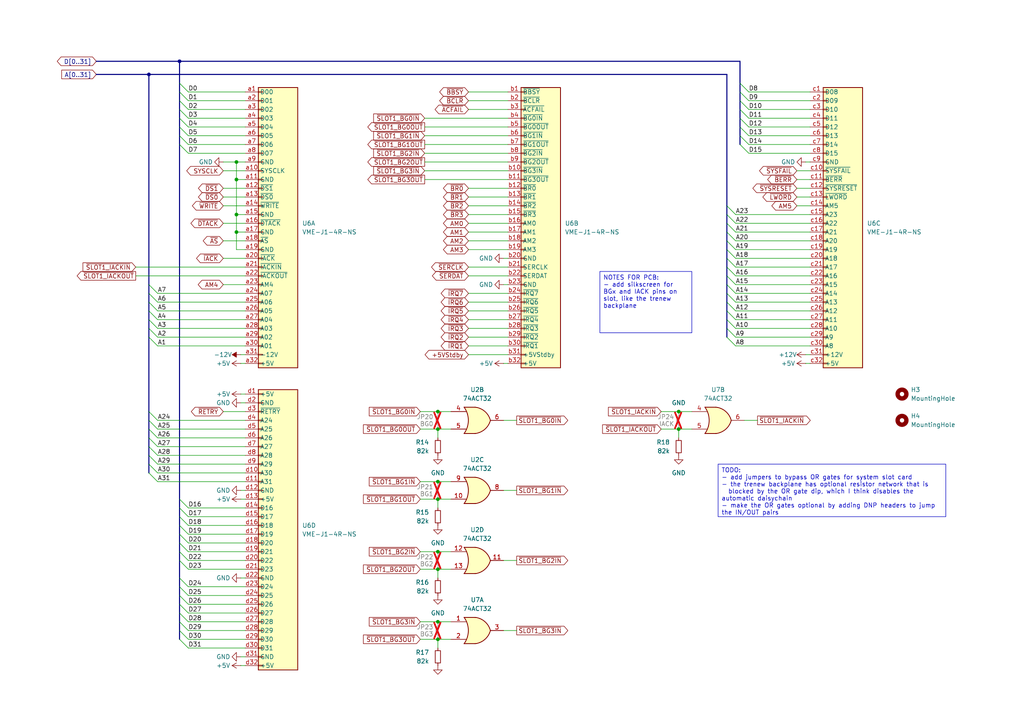
<source format=kicad_sch>
(kicad_sch (version 20231120) (generator "eeschema") (generator_version "8.0")
  (paper "A4")
  (title_block (title "6-Slot Backplane") (rev "1"))
  (junction (at 127 124.46))
  (junction (at 68.58 62.23))
  (junction (at 196.85 119.38))
  (junction (at 127 139.7))
  (junction (at 127 119.38))
  (junction (at 43.18 21.59))
  (junction (at 68.58 46.99))
  (junction (at 127 180.34))
  (junction (at 127 144.78))
  (junction (at 68.58 52.07))
  (junction (at 127 185.42))
  (junction (at 68.58 67.31))
  (junction (at 196.85 124.46))
  (junction (at 127 165.1))
  (junction (at 127 160.02))
  (junction (at 52.07 17.78))
  (bus_entry (at 54.61 185.42) (size -2.54 -2.54))
  (bus_entry (at 54.61 36.83) (size -2.54 -2.54))
  (bus_entry (at 54.61 187.96) (size -2.54 -2.54))
  (bus_entry (at 213.36 95.25) (size -2.54 -2.54))
  (bus_entry (at 54.61 157.48) (size -2.54 -2.54))
  (bus_entry (at 54.61 149.86) (size -2.54 -2.54))
  (bus_entry (at 45.72 139.7) (size -2.54 -2.54))
  (bus_entry (at 45.72 132.08) (size -2.54 -2.54))
  (bus_entry (at 213.36 90.17) (size -2.54 -2.54))
  (bus_entry (at 213.36 72.39) (size -2.54 -2.54))
  (bus_entry (at 213.36 92.71) (size -2.54 -2.54))
  (bus_entry (at 45.72 137.16) (size -2.54 -2.54))
  (bus_entry (at 45.72 100.33) (size -2.54 -2.54))
  (bus_entry (at 217.17 29.21) (size -2.54 -2.54))
  (bus_entry (at 54.61 180.34) (size -2.54 -2.54))
  (bus_entry (at 54.61 147.32) (size -2.54 -2.54))
  (bus_entry (at 45.72 85.09) (size -2.54 -2.54))
  (bus_entry (at 213.36 69.85) (size -2.54 -2.54))
  (bus_entry (at 213.36 80.01) (size -2.54 -2.54))
  (bus_entry (at 213.36 74.93) (size -2.54 -2.54))
  (bus_entry (at 54.61 172.72) (size -2.54 -2.54))
  (bus_entry (at 54.61 26.67) (size -2.54 -2.54))
  (bus_entry (at 213.36 62.23) (size -2.54 -2.54))
  (bus_entry (at 54.61 41.91) (size -2.54 -2.54))
  (bus_entry (at 45.72 87.63) (size -2.54 -2.54))
  (bus_entry (at 54.61 39.37) (size -2.54 -2.54))
  (bus_entry (at 217.17 39.37) (size -2.54 -2.54))
  (bus_entry (at 45.72 97.79) (size -2.54 -2.54))
  (bus_entry (at 217.17 44.45) (size -2.54 -2.54))
  (bus_entry (at 45.72 134.62) (size -2.54 -2.54))
  (bus_entry (at 54.61 31.75) (size -2.54 -2.54))
  (bus_entry (at 213.36 82.55) (size -2.54 -2.54))
  (bus_entry (at 45.72 95.25) (size -2.54 -2.54))
  (bus_entry (at 45.72 92.71) (size -2.54 -2.54))
  (bus_entry (at 213.36 100.33) (size -2.54 -2.54))
  (bus_entry (at 217.17 31.75) (size -2.54 -2.54))
  (bus_entry (at 54.61 160.02) (size -2.54 -2.54))
  (bus_entry (at 54.61 165.1) (size -2.54 -2.54))
  (bus_entry (at 54.61 44.45) (size -2.54 -2.54))
  (bus_entry (at 54.61 154.94) (size -2.54 -2.54))
  (bus_entry (at 54.61 182.88) (size -2.54 -2.54))
  (bus_entry (at 54.61 175.26) (size -2.54 -2.54))
  (bus_entry (at 213.36 87.63) (size -2.54 -2.54))
  (bus_entry (at 217.17 36.83) (size -2.54 -2.54))
  (bus_entry (at 213.36 67.31) (size -2.54 -2.54))
  (bus_entry (at 54.61 177.8) (size -2.54 -2.54))
  (bus_entry (at 213.36 77.47) (size -2.54 -2.54))
  (bus_entry (at 54.61 34.29) (size -2.54 -2.54))
  (bus_entry (at 217.17 26.67) (size -2.54 -2.54))
  (bus_entry (at 45.72 127) (size -2.54 -2.54))
  (bus_entry (at 217.17 34.29) (size -2.54 -2.54))
  (bus_entry (at 45.72 129.54) (size -2.54 -2.54))
  (bus_entry (at 54.61 152.4) (size -2.54 -2.54))
  (bus_entry (at 217.17 41.91) (size -2.54 -2.54))
  (bus_entry (at 54.61 170.18) (size -2.54 -2.54))
  (bus_entry (at 54.61 29.21) (size -2.54 -2.54))
  (bus_entry (at 213.36 64.77) (size -2.54 -2.54))
  (bus_entry (at 213.36 85.09) (size -2.54 -2.54))
  (bus_entry (at 54.61 162.56) (size -2.54 -2.54))
  (bus_entry (at 45.72 90.17) (size -2.54 -2.54))
  (bus_entry (at 45.72 124.46) (size -2.54 -2.54))
  (bus_entry (at 213.36 97.79) (size -2.54 -2.54))
  (bus_entry (at 45.72 121.92) (size -2.54 -2.54))
  (wire (pts (xy 64.77 54.61) (xy 71.12 54.61)))
  (wire (pts (xy -39.37 107.95) (xy -44.45 107.95)))
  (wire (pts (xy 123.19 34.29) (xy 147.32 34.29)))
  (bus (pts (xy 210.82 82.55) (xy 210.82 85.09)))
  (bus (pts (xy 43.18 92.71) (xy 43.18 90.17)))
  (bus (pts (xy 52.07 34.29) (xy 52.07 36.83)))
  (wire (pts (xy 127 185.42) (xy 127 187.96)))
  (wire (pts (xy 217.17 26.67) (xy 234.95 26.67)))
  (wire (pts (xy 231.14 54.61) (xy 234.95 54.61)))
  (wire (pts (xy 54.61 160.02) (xy 71.12 160.02)))
  (bus (pts (xy 210.82 59.69) (xy 210.82 62.23)))
  (wire (pts (xy 213.36 69.85) (xy 234.95 69.85)))
  (bus (pts (xy 52.07 175.26) (xy 52.07 177.8)))
  (wire (pts (xy 213.36 87.63) (xy 234.95 87.63)))
  (wire (pts (xy 135.89 69.85) (xy 147.32 69.85)))
  (bus (pts (xy 52.07 172.72) (xy 52.07 175.26)))
  (bus (pts (xy 210.82 64.77) (xy 210.82 67.31)))
  (wire (pts (xy 71.12 67.31) (xy 68.58 67.31)))
  (bus (pts (xy 214.63 34.29) (xy 214.63 36.83)))
  (wire (pts (xy 121.92 180.34) (xy 127 180.34)))
  (wire (pts (xy 45.72 139.7) (xy 71.12 139.7)))
  (bus (pts (xy 52.07 31.75) (xy 52.07 34.29)))
  (wire (pts (xy 54.61 187.96) (xy 71.12 187.96)))
  (wire (pts (xy 64.77 119.38) (xy 71.12 119.38)))
  (wire (pts (xy 213.36 77.47) (xy 234.95 77.47)))
  (bus (pts (xy 52.07 149.86) (xy 52.07 152.4)))
  (wire (pts (xy 69.85 102.87) (xy 71.12 102.87)))
  (wire (pts (xy 54.61 39.37) (xy 71.12 39.37)))
  (wire (pts (xy 123.19 46.99) (xy 147.32 46.99)))
  (wire (pts (xy 127 139.7) (xy 130.81 139.7)))
  (wire (pts (xy 64.77 69.85) (xy 71.12 69.85)))
  (wire (pts (xy 146.05 162.56) (xy 149.86 162.56)))
  (wire (pts (xy 135.89 90.17) (xy 147.32 90.17)))
  (wire (pts (xy 54.61 182.88) (xy 71.12 182.88)))
  (wire (pts (xy 64.77 57.15) (xy 71.12 57.15)))
  (wire (pts (xy 45.72 124.46) (xy 71.12 124.46)))
  (bus (pts (xy 210.82 95.25) (xy 210.82 97.79)))
  (wire (pts (xy 69.85 193.04) (xy 71.12 193.04)))
  (wire (pts (xy 45.72 137.16) (xy 71.12 137.16)))
  (wire (pts (xy 146.05 82.55) (xy 147.32 82.55)))
  (wire (pts (xy 45.72 129.54) (xy 71.12 129.54)))
  (wire (pts (xy 135.89 31.75) (xy 147.32 31.75)))
  (bus (pts (xy 214.63 39.37) (xy 214.63 41.91)))
  (wire (pts (xy 135.89 26.67) (xy 147.32 26.67)))
  (wire (pts (xy 217.17 34.29) (xy 234.95 34.29)))
  (bus (pts (xy 214.63 29.21) (xy 214.63 31.75)))
  (wire (pts (xy 213.36 100.33) (xy 234.95 100.33)))
  (wire (pts (xy 231.14 52.07) (xy 234.95 52.07)))
  (bus (pts (xy 43.18 85.09) (xy 43.18 87.63)))
  (bus (pts (xy 214.63 17.78) (xy 214.63 24.13)))
  (wire (pts (xy 45.72 97.79) (xy 71.12 97.79)))
  (bus (pts (xy 52.07 170.18) (xy 52.07 172.72)))
  (bus (pts (xy 52.07 36.83) (xy 52.07 39.37)))
  (wire (pts (xy 64.77 82.55) (xy 71.12 82.55)))
  (wire (pts (xy 127 144.78) (xy 127 147.32)))
  (wire (pts (xy 71.12 190.5) (xy 69.85 190.5)))
  (wire (pts (xy 127 180.34) (xy 130.81 180.34)))
  (bus (pts (xy 43.18 95.25) (xy 43.18 92.71)))
  (wire (pts (xy 231.14 49.53) (xy 234.95 49.53)))
  (bus (pts (xy 52.07 147.32) (xy 52.07 149.86)))
  (wire (pts (xy 39.37 77.47) (xy 71.12 77.47)))
  (bus (pts (xy 52.07 39.37) (xy 52.07 41.91)))
  (wire (pts (xy 215.9 121.92) (xy 219.71 121.92)))
  (bus (pts (xy 210.82 21.59) (xy 210.82 59.69)))
  (wire (pts (xy 45.72 95.25) (xy 71.12 95.25)))
  (wire (pts (xy 71.12 116.84) (xy 69.85 116.84)))
  (wire (pts (xy 69.85 114.3) (xy 71.12 114.3)))
  (bus (pts (xy 210.82 62.23) (xy 210.82 64.77)))
  (wire (pts (xy 217.17 39.37) (xy 234.95 39.37)))
  (bus (pts (xy 214.63 24.13) (xy 214.63 26.67)))
  (bus (pts (xy 214.63 31.75) (xy 214.63 34.29)))
  (wire (pts (xy 68.58 46.99) (xy 68.58 52.07)))
  (wire (pts (xy 69.85 142.24) (xy 71.12 142.24)))
  (bus (pts (xy 52.07 180.34) (xy 52.07 182.88)))
  (bus (pts (xy 52.07 177.8) (xy 52.07 180.34)))
  (wire (pts (xy 233.68 105.41) (xy 234.95 105.41)))
  (bus (pts (xy 52.07 182.88) (xy 52.07 185.42)))
  (wire (pts (xy 146.05 182.88) (xy 149.86 182.88)))
  (wire (pts (xy 135.89 97.79) (xy 147.32 97.79)))
  (wire (pts (xy 68.58 52.07) (xy 68.58 62.23)))
  (wire (pts (xy 135.89 57.15) (xy 147.32 57.15)))
  (wire (pts (xy 135.89 54.61) (xy 147.32 54.61)))
  (wire (pts (xy 69.85 167.64) (xy 71.12 167.64)))
  (wire (pts (xy 213.36 74.93) (xy 234.95 74.93)))
  (wire (pts (xy 54.61 147.32) (xy 71.12 147.32)))
  (wire (pts (xy 121.92 160.02) (xy 127 160.02)))
  (wire (pts (xy 54.61 31.75) (xy 71.12 31.75)))
  (bus (pts (xy 43.18 134.62) (xy 43.18 137.16)))
  (wire (pts (xy 54.61 44.45) (xy 71.12 44.45)))
  (wire (pts (xy 71.12 52.07) (xy 68.58 52.07)))
  (wire (pts (xy 54.61 172.72) (xy 71.12 172.72)))
  (wire (pts (xy 135.89 102.87) (xy 147.32 102.87)))
  (wire (pts (xy 135.89 95.25) (xy 147.32 95.25)))
  (wire (pts (xy 121.92 165.1) (xy 127 165.1)))
  (wire (pts (xy 217.17 29.21) (xy 234.95 29.21)))
  (wire (pts (xy -44.45 135.89) (xy -39.37 135.89)))
  (bus (pts (xy 52.07 144.78) (xy 52.07 147.32)))
  (wire (pts (xy 217.17 31.75) (xy 234.95 31.75)))
  (bus (pts (xy 52.07 162.56) (xy 52.07 167.64)))
  (bus (pts (xy 27.94 21.59) (xy 43.18 21.59)))
  (wire (pts (xy 45.72 132.08) (xy 71.12 132.08)))
  (bus (pts (xy 210.82 67.31) (xy 210.82 69.85)))
  (wire (pts (xy 45.72 87.63) (xy 71.12 87.63)))
  (wire (pts (xy 213.36 72.39) (xy 234.95 72.39)))
  (wire (pts (xy 127 124.46) (xy 130.81 124.46)))
  (wire (pts (xy 64.77 59.69) (xy 71.12 59.69)))
  (bus (pts (xy 210.82 92.71) (xy 210.82 95.25)))
  (wire (pts (xy 123.19 39.37) (xy 147.32 39.37)))
  (wire (pts (xy 127 160.02) (xy 130.81 160.02)))
  (wire (pts (xy 123.19 41.91) (xy 147.32 41.91)))
  (wire (pts (xy 146.05 105.41) (xy 147.32 105.41)))
  (wire (pts (xy 45.72 121.92) (xy 71.12 121.92)))
  (wire (pts (xy 45.72 100.33) (xy 71.12 100.33)))
  (wire (pts (xy 213.36 85.09) (xy 234.95 85.09)))
  (bus (pts (xy 43.18 82.55) (xy 43.18 85.09)))
  (wire (pts (xy 45.72 85.09) (xy 71.12 85.09)))
  (wire (pts (xy 191.77 124.46) (xy 196.85 124.46)))
  (wire (pts (xy 213.36 62.23) (xy 234.95 62.23)))
  (bus (pts (xy 43.18 127) (xy 43.18 129.54)))
  (bus (pts (xy 214.63 36.83) (xy 214.63 39.37)))
  (wire (pts (xy 54.61 154.94) (xy 71.12 154.94)))
  (wire (pts (xy 231.14 59.69) (xy 234.95 59.69)))
  (wire (pts (xy 54.61 152.4) (xy 71.12 152.4)))
  (bus (pts (xy 43.18 97.79) (xy 43.18 119.38)))
  (wire (pts (xy -44.45 152.4) (xy -39.37 152.4)))
  (wire (pts (xy 121.92 139.7) (xy 127 139.7)))
  (wire (pts (xy 135.89 72.39) (xy 147.32 72.39)))
  (bus (pts (xy 210.82 90.17) (xy 210.82 92.71)))
  (bus (pts (xy 52.07 17.78) (xy 214.63 17.78)))
  (bus (pts (xy 43.18 90.17) (xy 43.18 87.63)))
  (wire (pts (xy 196.85 124.46) (xy 200.66 124.46)))
  (bus (pts (xy 52.07 160.02) (xy 52.07 162.56)))
  (wire (pts (xy 127 165.1) (xy 127 167.64)))
  (bus (pts (xy 43.18 97.79) (xy 43.18 95.25)))
  (wire (pts (xy 54.61 34.29) (xy 71.12 34.29)))
  (bus (pts (xy 43.18 21.59) (xy 210.82 21.59)))
  (wire (pts (xy 64.77 46.99) (xy 68.58 46.99)))
  (wire (pts (xy 45.72 127) (xy 71.12 127)))
  (wire (pts (xy 64.77 49.53) (xy 71.12 49.53)))
  (wire (pts (xy 54.61 162.56) (xy 71.12 162.56)))
  (wire (pts (xy 213.36 64.77) (xy 234.95 64.77)))
  (bus (pts (xy 43.18 121.92) (xy 43.18 124.46)))
  (bus (pts (xy 52.07 29.21) (xy 52.07 31.75)))
  (wire (pts (xy -44.45 86.36) (xy -39.37 86.36)))
  (wire (pts (xy -39.37 91.44) (xy -44.45 91.44)))
  (wire (pts (xy -39.37 140.97) (xy -44.45 140.97)))
  (wire (pts (xy 123.19 44.45) (xy 147.32 44.45)))
  (bus (pts (xy 210.82 72.39) (xy 210.82 74.93)))
  (wire (pts (xy 54.61 177.8) (xy 71.12 177.8)))
  (bus (pts (xy 27.94 17.78) (xy 52.07 17.78)))
  (wire (pts (xy 135.89 29.21) (xy 147.32 29.21)))
  (wire (pts (xy -39.37 124.46) (xy -44.45 124.46)))
  (wire (pts (xy 213.36 92.71) (xy 234.95 92.71)))
  (wire (pts (xy 123.19 49.53) (xy 147.32 49.53)))
  (bus (pts (xy 210.82 69.85) (xy 210.82 72.39)))
  (wire (pts (xy 54.61 165.1) (xy 71.12 165.1)))
  (wire (pts (xy 213.36 97.79) (xy 234.95 97.79)))
  (wire (pts (xy -44.45 119.38) (xy -39.37 119.38)))
  (wire (pts (xy 127 124.46) (xy 127 127)))
  (bus (pts (xy 210.82 74.93) (xy 210.82 77.47)))
  (wire (pts (xy 217.17 44.45) (xy 234.95 44.45)))
  (wire (pts (xy 54.61 175.26) (xy 71.12 175.26)))
  (wire (pts (xy 68.58 62.23) (xy 71.12 62.23)))
  (bus (pts (xy 210.82 80.01) (xy 210.82 82.55)))
  (wire (pts (xy 146.05 121.92) (xy 149.86 121.92)))
  (wire (pts (xy -44.45 102.87) (xy -39.37 102.87)))
  (wire (pts (xy 213.36 67.31) (xy 234.95 67.31)))
  (wire (pts (xy 54.61 170.18) (xy 71.12 170.18)))
  (wire (pts (xy 135.89 67.31) (xy 147.32 67.31)))
  (bus (pts (xy 214.63 26.67) (xy 214.63 29.21)))
  (wire (pts (xy 54.61 180.34) (xy 71.12 180.34)))
  (wire (pts (xy 54.61 36.83) (xy 71.12 36.83)))
  (wire (pts (xy 64.77 64.77) (xy 71.12 64.77)))
  (wire (pts (xy 123.19 36.83) (xy 147.32 36.83)))
  (wire (pts (xy 123.19 52.07) (xy 147.32 52.07)))
  (wire (pts (xy 54.61 149.86) (xy 71.12 149.86)))
  (bus (pts (xy 43.18 21.59) (xy 43.18 82.55)))
  (wire (pts (xy 196.85 119.38) (xy 200.66 119.38)))
  (wire (pts (xy 135.89 100.33) (xy 147.32 100.33)))
  (wire (pts (xy 121.92 124.46) (xy 127 124.46)))
  (wire (pts (xy 121.92 144.78) (xy 127 144.78)))
  (wire (pts (xy 54.61 185.42) (xy 71.12 185.42)))
  (wire (pts (xy 217.17 36.83) (xy 234.95 36.83)))
  (wire (pts (xy 127 165.1) (xy 130.81 165.1)))
  (wire (pts (xy 135.89 87.63) (xy 147.32 87.63)))
  (bus (pts (xy 210.82 85.09) (xy 210.82 87.63)))
  (wire (pts (xy 127 185.42) (xy 130.81 185.42)))
  (bus (pts (xy 52.07 26.67) (xy 52.07 29.21)))
  (wire (pts (xy 127 144.78) (xy 130.81 144.78)))
  (wire (pts (xy 234.95 46.99) (xy 233.68 46.99)))
  (wire (pts (xy 233.68 102.87) (xy 234.95 102.87)))
  (wire (pts (xy 39.37 80.01) (xy 71.12 80.01)))
  (wire (pts (xy 54.61 41.91) (xy 71.12 41.91)))
  (wire (pts (xy 196.85 124.46) (xy 196.85 127)))
  (wire (pts (xy 54.61 29.21) (xy 71.12 29.21)))
  (wire (pts (xy 45.72 90.17) (xy 71.12 90.17)))
  (wire (pts (xy 121.92 119.38) (xy 127 119.38)))
  (bus (pts (xy 52.07 24.13) (xy 52.07 26.67)))
  (wire (pts (xy 135.89 77.47) (xy 147.32 77.47)))
  (bus (pts (xy 52.07 154.94) (xy 52.07 157.48)))
  (wire (pts (xy 121.92 185.42) (xy 127 185.42)))
  (wire (pts (xy 45.72 92.71) (xy 71.12 92.71)))
  (wire (pts (xy 213.36 95.25) (xy 234.95 95.25)))
  (wire (pts (xy 135.89 85.09) (xy 147.32 85.09)))
  (wire (pts (xy 191.77 119.38) (xy 196.85 119.38)))
  (wire (pts (xy 54.61 157.48) (xy 71.12 157.48)))
  (bus (pts (xy 210.82 77.47) (xy 210.82 80.01)))
  (wire (pts (xy 135.89 64.77) (xy 147.32 64.77)))
  (wire (pts (xy 69.85 105.41) (xy 71.12 105.41)))
  (wire (pts (xy 71.12 46.99) (xy 68.58 46.99)))
  (wire (pts (xy 54.61 26.67) (xy 71.12 26.67)))
  (wire (pts (xy 68.58 72.39) (xy 71.12 72.39)))
  (bus (pts (xy 52.07 157.48) (xy 52.07 160.02)))
  (wire (pts (xy 135.89 80.01) (xy 147.32 80.01)))
  (wire (pts (xy 45.72 134.62) (xy 71.12 134.62)))
  (wire (pts (xy 213.36 82.55) (xy 234.95 82.55)))
  (bus (pts (xy 43.18 124.46) (xy 43.18 127)))
  (wire (pts (xy 146.05 142.24) (xy 149.86 142.24)))
  (bus (pts (xy 43.18 119.38) (xy 43.18 121.92)))
  (wire (pts (xy 68.58 67.31) (xy 68.58 72.39)))
  (wire (pts (xy 135.89 59.69) (xy 147.32 59.69)))
  (wire (pts (xy 68.58 62.23) (xy 68.58 67.31)))
  (wire (pts (xy 135.89 62.23) (xy 147.32 62.23)))
  (wire (pts (xy 213.36 90.17) (xy 234.95 90.17)))
  (wire (pts (xy -39.37 157.48) (xy -44.45 157.48)))
  (bus (pts (xy 52.07 167.64) (xy 52.07 170.18)))
  (bus (pts (xy 43.18 132.08) (xy 43.18 134.62)))
  (wire (pts (xy 127 119.38) (xy 130.81 119.38)))
  (wire (pts (xy 135.89 92.71) (xy 147.32 92.71)))
  (bus (pts (xy 43.18 129.54) (xy 43.18 132.08)))
  (bus (pts (xy 210.82 87.63) (xy 210.82 90.17)))
  (bus (pts (xy 52.07 152.4) (xy 52.07 154.94)))
  (wire (pts (xy 64.77 74.93) (xy 71.12 74.93)))
  (wire (pts (xy 217.17 41.91) (xy 234.95 41.91)))
  (wire (pts (xy 69.85 144.78) (xy 71.12 144.78)))
  (bus (pts (xy 52.07 17.78) (xy 52.07 24.13)))
  (wire (pts (xy 213.36 80.01) (xy 234.95 80.01)))
  (wire (pts (xy 146.05 74.93) (xy 147.32 74.93)))
  (wire (pts (xy 231.14 57.15) (xy 234.95 57.15)))
  (bus (pts (xy 52.07 41.91) (xy 52.07 144.78)))
  (text_box "NOTES FOR PCB:\n- add silkscreen for BGx and IACK pins on slot, like the trenew backplane" (at 173.99 78.74 0) (size 26.67 17.78) (effects (font (size 1.27 1.27)) (justify left top)))
  (text_box "TODO:\n- add jumpers to bypass OR gates for system slot card\n- the trenew backplane has optional resistor network that is\n  blocked by the OR gate dip, which I think disables the automatic daisychain\n- make the OR gates optional by adding DNP headers to jump the IN/OUT pairs" (at 208.28 134.62 0) (size 66.04 15.24) (effects (font (size 1.27 1.27)) (justify left top)))
  (text "BUS REQUEST 3 LOOPBACK\n" (at -34.036 131.572 0) (effects (font (size 1.27 1.27))))
  (text "BUS REQUEST 2 LOOPBACK\n" (at -34.036 115.062 0) (effects (font (size 1.27 1.27))))
  (text "BUS REQUEST 0 LOOPBACK\n" (at -34.036 82.042 0) (effects (font (size 1.27 1.27))))
  (text "BUS REQUEST 1 LOOPBACK\n" (at -34.036 98.552 0) (effects (font (size 1.27 1.27))))
  (text "INTERRUPT ACKNOWLEDGE LOOPBACK\n" (at -34.036 148.082 0) (effects (font (size 1.27 1.27))))
  (label "A26" (at 45.72 127 0))
  (label "A4" (at 45.72 92.71 0))
  (label "A22" (at 213.36 64.77 0))
  (label "A9" (at 213.36 97.79 0))
  (label "D4" (at 54.61 36.83 0))
  (label "D11" (at 217.17 34.29 0))
  (label "A20" (at 213.36 69.85 0))
  (label "A31" (at 45.72 139.7 0))
  (label "A27" (at 45.72 129.54 0))
  (label "D29" (at 54.61 182.88 0))
  (label "D17" (at 54.61 149.86 0))
  (label "D28" (at 54.61 180.34 0))
  (label "D26" (at 54.61 175.26 0))
  (label "A11" (at 213.36 92.71 0))
  (label "A14" (at 213.36 85.09 0))
  (label "A16" (at 213.36 80.01 0))
  (label "D27" (at 54.61 177.8 0))
  (label "A29" (at 45.72 134.62 0))
  (label "D14" (at 217.17 41.91 0))
  (label "A12" (at 213.36 90.17 0))
  (label "A6" (at 45.72 87.63 0))
  (label "D15" (at 217.17 44.45 0))
  (label "D23" (at 54.61 165.1 0))
  (label "A23" (at 213.36 62.23 0))
  (label "D12" (at 217.17 36.83 0))
  (label "A28" (at 45.72 132.08 0))
  (label "A18" (at 213.36 74.93 0))
  (label "D2" (at 54.61 31.75 0))
  (label "D1" (at 54.61 29.21 0))
  (label "D10" (at 217.17 31.75 0))
  (label "D19" (at 54.61 154.94 0))
  (label "D30" (at 54.61 185.42 0))
  (label "D3" (at 54.61 34.29 0))
  (label "D18" (at 54.61 152.4 0))
  (label "D25" (at 54.61 172.72 0))
  (label "A13" (at 213.36 87.63 0))
  (label "D22" (at 54.61 162.56 0))
  (label "D7" (at 54.61 44.45 0))
  (label "D31" (at 54.61 187.96 0))
  (label "A3" (at 45.72 95.25 0))
  (label "A19" (at 213.36 72.39 0))
  (label "A15" (at 213.36 82.55 0))
  (label "D20" (at 54.61 157.48 0))
  (label "A17" (at 213.36 77.47 0))
  (label "A2" (at 45.72 97.79 0))
  (label "D0" (at 54.61 26.67 0))
  (label "A21" (at 213.36 67.31 0))
  (label "A24" (at 45.72 121.92 0))
  (label "D16" (at 54.61 147.32 0))
  (label "D5" (at 54.61 39.37 0))
  (label "A8" (at 213.36 100.33 0))
  (label "A30" (at 45.72 137.16 0))
  (label "D13" (at 217.17 39.37 0))
  (label "D9" (at 217.17 29.21 0))
  (label "D24" (at 54.61 170.18 0))
  (label "D8" (at 217.17 26.67 0))
  (label "D6" (at 54.61 41.91 0))
  (label "A25" (at 45.72 124.46 0))
  (label "A5" (at 45.72 90.17 0))
  (label "A10" (at 213.36 95.25 0))
  (label "A7" (at 45.72 85.09 0))
  (label "A1" (at 45.72 100.33 0))
  (label "D21" (at 54.61 160.02 0))
  (global_label "+5VStdby" (shape bidirectional) (at 135.89 102.87 180) (property "Intersheetrefs" "${INTERSHEET_REFS}" (effects (hide yes))))
  (global_label "SYSCLK" (shape bidirectional) (at 64.77 49.53 180) (property "Intersheetrefs" "${INTERSHEET_REFS}" (effects (hide yes))))
  (global_label "AM1" (shape bidirectional) (at 135.89 67.31 180) (property "Intersheetrefs" "${INTERSHEET_REFS}" (effects (hide yes))))
  (global_label "~{DS0}" (shape bidirectional) (at 64.77 57.15 180) (property "Intersheetrefs" "${INTERSHEET_REFS}" (effects (hide yes))))
  (global_label "~{SLOT1_BG2IN}" (shape input) (at -39.37 119.38 0) (property "Intersheetrefs" "${INTERSHEET_REFS}" (effects (hide yes))))
  (global_label "AM0" (shape bidirectional) (at 135.89 64.77 180) (property "Intersheetrefs" "${INTERSHEET_REFS}" (effects (hide yes))))
  (global_label "~{WRITE}" (shape bidirectional) (at 64.77 59.69 180) (property "Intersheetrefs" "${INTERSHEET_REFS}" (effects (hide yes))))
  (global_label "~{SLOT1_IACKIN}" (shape input) (at 39.37 77.47 180) (property "Intersheetrefs" "${INTERSHEET_REFS}" (effects (hide yes))))
  (global_label "~{BCLR}" (shape bidirectional) (at 135.89 29.21 180) (property "Intersheetrefs" "${INTERSHEET_REFS}" (effects (hide yes))))
  (global_label "~{IRQ1}" (shape bidirectional) (at 135.89 100.33 180) (property "Intersheetrefs" "${INTERSHEET_REFS}" (effects (hide yes))))
  (global_label "~{ACFAIL}" (shape bidirectional) (at 135.89 31.75 180) (property "Intersheetrefs" "${INTERSHEET_REFS}" (effects (hide yes))))
  (global_label "~{LWORD}" (shape bidirectional) (at 231.14 57.15 180) (property "Intersheetrefs" "${INTERSHEET_REFS}" (effects (hide yes))))
  (global_label "~{SLOT1_BG0IN}" (shape input) (at 123.19 34.29 180) (property "Intersheetrefs" "${INTERSHEET_REFS}" (effects (hide yes))))
  (global_label "~{SERCLK}" (shape bidirectional) (at 135.89 77.47 180) (property "Intersheetrefs" "${INTERSHEET_REFS}" (effects (hide yes))))
  (global_label "~{SLOT1_BG1IN}" (shape input) (at -39.37 102.87 0) (property "Intersheetrefs" "${INTERSHEET_REFS}" (effects (hide yes))))
  (global_label "~{SLOT1_IACKIN}" (shape output) (at 219.71 121.92 0) (property "Intersheetrefs" "${INTERSHEET_REFS}" (effects (hide yes))))
  (global_label "~{SLOT1_BG1IN}" (shape output) (at 149.86 142.24 0) (property "Intersheetrefs" "${INTERSHEET_REFS}" (effects (hide yes))))
  (global_label "~{SERDAT}" (shape bidirectional) (at 135.89 80.01 180) (property "Intersheetrefs" "${INTERSHEET_REFS}" (effects (hide yes))))
  (global_label "~{BR3}" (shape input) (at -39.37 140.97 0) (property "Intersheetrefs" "${INTERSHEET_REFS}" (effects (hide yes))))
  (global_label "AM5" (shape bidirectional) (at 231.14 59.69 180) (property "Intersheetrefs" "${INTERSHEET_REFS}" (effects (hide yes))))
  (global_label "~{SLOT1_BG1OUT}" (shape output) (at 123.19 41.91 180) (property "Intersheetrefs" "${INTERSHEET_REFS}" (effects (hide yes))))
  (global_label "A[0..31]" (shape input) (at 27.94 21.59 180) (property "Intersheetrefs" "${INTERSHEET_REFS}" (effects (hide yes))))
  (global_label "~{SLOT1_BG2IN}" (shape output) (at 149.86 162.56 0) (property "Intersheetrefs" "${INTERSHEET_REFS}" (effects (hide yes))))
  (global_label "~{BR1}" (shape input) (at -39.37 107.95 0) (property "Intersheetrefs" "${INTERSHEET_REFS}" (effects (hide yes))))
  (global_label "~{BR2}" (shape input) (at -39.37 124.46 0) (property "Intersheetrefs" "${INTERSHEET_REFS}" (effects (hide yes))))
  (global_label "~{SLOT1_BG0OUT}" (shape output) (at 123.19 36.83 180) (property "Intersheetrefs" "${INTERSHEET_REFS}" (effects (hide yes))))
  (global_label "~{IACK}" (shape input) (at -39.37 157.48 0) (property "Intersheetrefs" "${INTERSHEET_REFS}" (effects (hide yes))))
  (global_label "~{SLOT1_BG0IN}" (shape input) (at 121.92 119.38 180) (property "Intersheetrefs" "${INTERSHEET_REFS}" (effects (hide yes))))
  (global_label "~{SLOT1_BG3OUT}" (shape input) (at 121.92 185.42 180) (property "Intersheetrefs" "${INTERSHEET_REFS}" (effects (hide yes))))
  (global_label "AM3" (shape bidirectional) (at 135.89 72.39 180) (property "Intersheetrefs" "${INTERSHEET_REFS}" (effects (hide yes))))
  (global_label "~{SLOT1_IACKIN}" (shape input) (at -39.37 152.4 0) (property "Intersheetrefs" "${INTERSHEET_REFS}" (effects (hide yes))))
  (global_label "~{SYSRESET}" (shape bidirectional) (at 231.14 54.61 180) (property "Intersheetrefs" "${INTERSHEET_REFS}" (effects (hide yes))))
  (global_label "~{SLOT1_BG3IN}" (shape input) (at 121.92 180.34 180) (property "Intersheetrefs" "${INTERSHEET_REFS}" (effects (hide yes))))
  (global_label "~{IACK}" (shape bidirectional) (at 64.77 74.93 180) (property "Intersheetrefs" "${INTERSHEET_REFS}" (effects (hide yes))))
  (global_label "~{SLOT1_BG2OUT}" (shape output) (at 123.19 46.99 180) (property "Intersheetrefs" "${INTERSHEET_REFS}" (effects (hide yes))))
  (global_label "~{DTACK}" (shape bidirectional) (at 64.77 64.77 180) (property "Intersheetrefs" "${INTERSHEET_REFS}" (effects (hide yes))))
  (global_label "~{SLOT1_BG2IN}" (shape input) (at 121.92 160.02 180) (property "Intersheetrefs" "${INTERSHEET_REFS}" (effects (hide yes))))
  (global_label "~{BR1}" (shape bidirectional) (at 135.89 57.15 180) (property "Intersheetrefs" "${INTERSHEET_REFS}" (effects (hide yes))))
  (global_label "~{SLOT1_BG1IN}" (shape input) (at 123.19 39.37 180) (property "Intersheetrefs" "${INTERSHEET_REFS}" (effects (hide yes))))
  (global_label "~{BR3}" (shape bidirectional) (at 135.89 62.23 180) (property "Intersheetrefs" "${INTERSHEET_REFS}" (effects (hide yes))))
  (global_label "~{SLOT1_BG1OUT}" (shape input) (at 121.92 144.78 180) (property "Intersheetrefs" "${INTERSHEET_REFS}" (effects (hide yes))))
  (global_label "~{SLOT1_IACKIN}" (shape input) (at 191.77 119.38 180) (property "Intersheetrefs" "${INTERSHEET_REFS}" (effects (hide yes))))
  (global_label "~{IRQ7}" (shape bidirectional) (at 135.89 85.09 180) (property "Intersheetrefs" "${INTERSHEET_REFS}" (effects (hide yes))))
  (global_label "~{SLOT1_BG3OUT}" (shape output) (at 123.19 52.07 180) (property "Intersheetrefs" "${INTERSHEET_REFS}" (effects (hide yes))))
  (global_label "~{SLOT1_IACKOUT}" (shape output) (at 39.37 80.01 180) (property "Intersheetrefs" "${INTERSHEET_REFS}" (effects (hide yes))))
  (global_label "~{IRQ4}" (shape bidirectional) (at 135.89 92.71 180) (property "Intersheetrefs" "${INTERSHEET_REFS}" (effects (hide yes))))
  (global_label "~{IRQ5}" (shape bidirectional) (at 135.89 90.17 180) (property "Intersheetrefs" "${INTERSHEET_REFS}" (effects (hide yes))))
  (global_label "~{SLOT1_BG2IN}" (shape input) (at 123.19 44.45 180) (property "Intersheetrefs" "${INTERSHEET_REFS}" (effects (hide yes))))
  (global_label "~{SLOT1_BG0OUT}" (shape input) (at 121.92 124.46 180) (property "Intersheetrefs" "${INTERSHEET_REFS}" (effects (hide yes))))
  (global_label "~{DS1}" (shape bidirectional) (at 64.77 54.61 180) (property "Intersheetrefs" "${INTERSHEET_REFS}" (effects (hide yes))))
  (global_label "~{SLOT1_IACKOUT}" (shape input) (at 191.77 124.46 180) (property "Intersheetrefs" "${INTERSHEET_REFS}" (effects (hide yes))))
  (global_label "~{BERR}" (shape bidirectional) (at 231.14 52.07 180) (property "Intersheetrefs" "${INTERSHEET_REFS}" (effects (hide yes))))
  (global_label "~{SLOT1_BG1IN}" (shape input) (at 121.92 139.7 180) (property "Intersheetrefs" "${INTERSHEET_REFS}" (effects (hide yes))))
  (global_label "~{IRQ6}" (shape bidirectional) (at 135.89 87.63 180) (property "Intersheetrefs" "${INTERSHEET_REFS}" (effects (hide yes))))
  (global_label "~{BR2}" (shape bidirectional) (at 135.89 59.69 180) (property "Intersheetrefs" "${INTERSHEET_REFS}" (effects (hide yes))))
  (global_label "~{BBSY}" (shape bidirectional) (at 135.89 26.67 180) (property "Intersheetrefs" "${INTERSHEET_REFS}" (effects (hide yes))))
  (global_label "~{AS}" (shape bidirectional) (at 64.77 69.85 180) (property "Intersheetrefs" "${INTERSHEET_REFS}" (effects (hide yes))))
  (global_label "~{SLOT1_BG3IN}" (shape input) (at -39.37 135.89 0) (property "Intersheetrefs" "${INTERSHEET_REFS}" (effects (hide yes))))
  (global_label "~{SLOT1_BG0IN}" (shape output) (at 149.86 121.92 0) (property "Intersheetrefs" "${INTERSHEET_REFS}" (effects (hide yes))))
  (global_label "~{IRQ2}" (shape bidirectional) (at 135.89 97.79 180) (property "Intersheetrefs" "${INTERSHEET_REFS}" (effects (hide yes))))
  (global_label "~{RETRY}" (shape bidirectional) (at 64.77 119.38 180) (property "Intersheetrefs" "${INTERSHEET_REFS}" (effects (hide yes))))
  (global_label "~{SLOT1_BG0IN}" (shape input) (at -39.37 86.36 0) (property "Intersheetrefs" "${INTERSHEET_REFS}" (effects (hide yes))))
  (global_label "AM2" (shape bidirectional) (at 135.89 69.85 180) (property "Intersheetrefs" "${INTERSHEET_REFS}" (effects (hide yes))))
  (global_label "D[0..31]" (shape bidirectional) (at 27.94 17.78 180) (property "Intersheetrefs" "${INTERSHEET_REFS}" (effects (hide yes))))
  (global_label "~{SLOT1_BG2OUT}" (shape input) (at 121.92 165.1 180) (property "Intersheetrefs" "${INTERSHEET_REFS}" (effects (hide yes))))
  (global_label "~{BR0}" (shape input) (at -39.37 91.44 0) (property "Intersheetrefs" "${INTERSHEET_REFS}" (effects (hide yes))))
  (global_label "~{SLOT1_BG3IN}" (shape output) (at 149.86 182.88 0) (property "Intersheetrefs" "${INTERSHEET_REFS}" (effects (hide yes))))
  (global_label "~{SYSFAIL}" (shape bidirectional) (at 231.14 49.53 180) (property "Intersheetrefs" "${INTERSHEET_REFS}" (effects (hide yes))))
  (global_label "~{BR0}" (shape bidirectional) (at 135.89 54.61 180) (property "Intersheetrefs" "${INTERSHEET_REFS}" (effects (hide yes))))
  (global_label "~{SLOT1_BG3IN}" (shape input) (at 123.19 49.53 180) (property "Intersheetrefs" "${INTERSHEET_REFS}" (effects (hide yes))))
  (global_label "~{IRQ3}" (shape bidirectional) (at 135.89 95.25 180) (property "Intersheetrefs" "${INTERSHEET_REFS}" (effects (hide yes))))
  (global_label "AM4" (shape bidirectional) (at 64.77 82.55 180) (property "Intersheetrefs" "${INTERSHEET_REFS}" (effects (hide yes))))
  (symbol (lib_id "Jumper:Jumper_2_Small_Bridged") (at 196.85 121.92 90) (unit 1) (exclude_from_sim yes) (dnp yes)
    (property "Reference" "JP24" (at 195.58 120.904 90) (effects (justify left)))
    (property "Value" "IACK" (at 195.58 122.936 90) (effects (justify left)))
    (property "Description" "Jumper, 2-pole, small symbol, bridged" (effects (hide yes)))
  )
  (symbol (lib_id "power:GND") (at 196.85 132.08 0) (unit 1)
    (property "Reference" "#PWR073" (effects (hide yes)))
    (property "Value" "GND" (at 196.85 137.16 0))
  )
  (symbol (lib_id "power:+12V") (at 233.68 102.87 90) (unit 1)
    (property "Reference" "#PWR075" (effects (hide yes)))
    (property "Value" "+12V" (at 231.14 102.8699 90) (effects (justify left)))
    (property "Description" "Power symbol creates a global label with name \"+12V\"" (effects (hide yes)))
  )
  (symbol (lib_id "Jumper:Jumper_2_Small_Bridged") (at -44.45 88.9 90) (unit 1) (exclude_from_sim yes)
    (property "Reference" "JP15" (at -45.466 87.376 90) (effects (justify left)))
    (property "Value" "BR0 LOOPBACK" (at -45.466 89.916 90) (effects (justify left)))
    (property "Description" "Jumper, 2-pole, small symbol, bridged" (effects (hide yes)))
  )
  (symbol (lib_id "power:-12V") (at 69.85 102.87 90) (unit 1)
    (property "Reference" "#PWR057" (effects (hide yes)))
    (property "Value" "-12V" (at 67.31 102.8699 90) (effects (justify left)))
    (property "Description" "Power symbol creates a global label with name \"-12V\"" (effects (hide yes)))
  )
  (symbol (lib_id "power:GND") (at 69.85 167.64 270) (unit 1)
    (property "Reference" "#PWR063" (effects (hide yes)))
    (property "Value" "GND" (at 64.77 167.64 90))
  )
  (symbol (lib_id "74xx:74LS32") (at 208.28 121.92 0) (unit 2)
    (property "Reference" "U7" (at 208.28 113.03 0))
    (property "Value" "74ACT32" (at 208.28 115.57 0))
    (property "Datasheet" "http://www.ti.com/lit/gpn/sn74LS32" (effects (hide yes)))
    (property "Description" "Quad 2-input OR" (effects (hide yes)))
  )
  (symbol (lib_id "Computie_Connectors:VME64-J1-4R-NS") (at 240.03 64.77 0) (unit 3)
    (property "Reference" "U6" (at 251.46 64.7699 0) (effects (justify left)))
    (property "Value" "VME-J1-4R-NS" (at 251.46 67.3099 0) (effects (justify left)))
    (property "Footprint" "Computie_Connectors:DIN41612_C_4x32_Male_Horizontal_THT" (effects (hide yes)))
    (property "Description" "VME64 J1 (Backplane-side Socket), 4 Row (Non-Standard) DIN41612 Connector" (effects (hide yes)))
  )
  (symbol (lib_id "Mechanical:MountingHole") (at 261.62 121.92 0) (unit 1)
    (property "Reference" "H4" (at 264.16 120.65 0) (effects (justify left)))
    (property "Value" "MountingHole" (at 264.16 123.19 0) (effects (justify left)))
    (property "Footprint" "MountingHole:MountingHole_2.7mm_M2.5_DIN965" (effects (hide yes)))
  )
  (symbol (lib_id "Device:R_Small") (at 127 190.5 0) (mirror y) (unit 1)
    (property "Reference" "R17" (at 124.46 189.2299 0) (effects (justify left)))
    (property "Value" "82k" (at 124.46 191.7699 0) (effects (justify left)))
    (property "Description" "Resistor, small symbol" (effects (hide yes)))
  )
  (symbol (lib_id "74xx:74LS32") (at 138.43 142.24 0) (unit 3)
    (property "Reference" "U2" (at 138.43 133.35 0))
    (property "Value" "74ACT32" (at 138.43 135.89 0))
    (property "Datasheet" "http://www.ti.com/lit/gpn/sn74LS32" (effects (hide yes)))
    (property "Description" "Quad 2-input OR" (effects (hide yes)))
  )
  (symbol (lib_id "Jumper:Jumper_2_Small_Bridged") (at -44.45 138.43 90) (unit 1) (exclude_from_sim yes)
    (property "Reference" "JP18" (at -45.466 136.906 90) (effects (justify left)))
    (property "Value" "BR3 LOOPBACK" (at -45.466 139.446 90) (effects (justify left)))
    (property "Description" "Jumper, 2-pole, small symbol, bridged" (effects (hide yes)))
  )
  (symbol (lib_id "power:+5V") (at 69.85 105.41 90) (unit 1)
    (property "Reference" "#PWR058" (effects (hide yes)))
    (property "Value" "+5V" (at 64.77 105.41 90))
    (property "Description" "Power symbol creates a global label with name \"+5V\"" (effects (hide yes)))
  )
  (symbol (lib_id "Jumper:Jumper_2_Small_Bridged") (at -44.45 121.92 90) (unit 1) (exclude_from_sim yes)
    (property "Reference" "JP17" (at -45.466 120.396 90) (effects (justify left)))
    (property "Value" "BR2 LOOPBACK" (at -45.466 122.936 90) (effects (justify left)))
    (property "Description" "Jumper, 2-pole, small symbol, bridged" (effects (hide yes)))
  )
  (symbol (lib_id "power:+5V") (at 69.85 193.04 90) (unit 1)
    (property "Reference" "#PWR065" (effects (hide yes)))
    (property "Value" "+5V" (at 64.77 193.04 90))
    (property "Description" "Power symbol creates a global label with name \"+5V\"" (effects (hide yes)))
  )
  (symbol (lib_id "Jumper:Jumper_2_Small_Bridged") (at 127 162.56 90) (unit 1) (exclude_from_sim yes) (dnp yes)
    (property "Reference" "JP22" (at 125.73 161.544 90) (effects (justify left)))
    (property "Value" "BG2" (at 125.73 163.576 90) (effects (justify left)))
    (property "Description" "Jumper, 2-pole, small symbol, bridged" (effects (hide yes)))
  )
  (symbol (lib_id "power:GND") (at 233.68 46.99 270) (unit 1)
    (property "Reference" "#PWR074" (effects (hide yes)))
    (property "Value" "GND" (at 228.6 46.99 90))
  )
  (symbol (lib_id "power:GND") (at 127 152.4 0) (unit 1)
    (property "Reference" "#PWR067" (effects (hide yes)))
    (property "Value" "GND" (at 127 157.48 0))
  )
  (symbol (lib_id "power:+5V") (at 69.85 144.78 90) (unit 1)
    (property "Reference" "#PWR062" (effects (hide yes)))
    (property "Value" "+5V" (at 64.77 144.78 90))
    (property "Description" "Power symbol creates a global label with name \"+5V\"" (effects (hide yes)))
  )
  (symbol (lib_id "74xx:74LS32") (at 138.43 162.56 0) (unit 4)
    (property "Reference" "U2" (at 138.43 153.67 0))
    (property "Value" "74ACT32" (at 138.43 156.21 0))
    (property "Datasheet" "http://www.ti.com/lit/gpn/sn74LS32" (effects (hide yes)))
    (property "Description" "Quad 2-input OR" (effects (hide yes)))
  )
  (symbol (lib_id "Device:R_Small") (at 127 170.18 0) (mirror y) (unit 1)
    (property "Reference" "R16" (at 124.46 168.9099 0) (effects (justify left)))
    (property "Value" "82k" (at 124.46 171.4499 0) (effects (justify left)))
    (property "Description" "Resistor, small symbol" (effects (hide yes)))
  )
  (symbol (lib_id "power:GND") (at 127 172.72 0) (unit 1)
    (property "Reference" "#PWR068" (effects (hide yes)))
    (property "Value" "GND" (at 127 177.8 0))
  )
  (symbol (lib_id "power:+5V") (at 69.85 114.3 90) (unit 1)
    (property "Reference" "#PWR059" (effects (hide yes)))
    (property "Value" "+5V" (at 64.77 114.3 90))
    (property "Description" "Power symbol creates a global label with name \"+5V\"" (effects (hide yes)))
  )
  (symbol (lib_id "power:GND") (at 69.85 142.24 270) (unit 1)
    (property "Reference" "#PWR061" (effects (hide yes)))
    (property "Value" "GND" (at 64.77 142.24 90))
  )
  (symbol (lib_id "power:+5V") (at 233.68 105.41 90) (unit 1)
    (property "Reference" "#PWR076" (effects (hide yes)))
    (property "Value" "+5V" (at 228.6 105.41 90))
    (property "Description" "Power symbol creates a global label with name \"+5V\"" (effects (hide yes)))
  )
  (symbol (lib_id "Jumper:Jumper_2_Small_Bridged") (at 127 182.88 90) (unit 1) (exclude_from_sim yes) (dnp yes)
    (property "Reference" "JP23" (at 125.73 181.864 90) (effects (justify left)))
    (property "Value" "BG3" (at 125.73 183.896 90) (effects (justify left)))
    (property "Description" "Jumper, 2-pole, small symbol, bridged" (effects (hide yes)))
  )
  (symbol (lib_id "Device:R_Small") (at 127 149.86 0) (mirror y) (unit 1)
    (property "Reference" "R15" (at 124.46 148.5899 0) (effects (justify left)))
    (property "Value" "82k" (at 124.46 151.1299 0) (effects (justify left)))
    (property "Description" "Resistor, small symbol" (effects (hide yes)))
  )
  (symbol (lib_id "power:GND") (at 127 193.04 0) (unit 1)
    (property "Reference" "#PWR069" (effects (hide yes)))
    (property "Value" "GND" (at 196.85 116.84 0))
  )
  (symbol (lib_id "power:+5V") (at 146.05 105.41 90) (unit 1)
    (property "Reference" "#PWR072" (effects (hide yes)))
    (property "Value" "+5V" (at 140.97 105.41 90))
    (property "Description" "Power symbol creates a global label with name \"+5V\"" (effects (hide yes)))
  )
  (symbol (lib_id "Jumper:Jumper_2_Small_Bridged") (at 127 142.24 90) (unit 1) (exclude_from_sim yes) (dnp yes)
    (property "Reference" "JP21" (at 125.73 141.224 90) (effects (justify left)))
    (property "Value" "BG1" (at 125.73 143.256 90) (effects (justify left)))
    (property "Description" "Jumper, 2-pole, small symbol, bridged" (effects (hide yes)))
  )
  (symbol (lib_id "Jumper:Jumper_2_Small_Bridged") (at -44.45 154.94 90) (unit 1) (exclude_from_sim yes)
    (property "Reference" "JP19" (at -45.466 153.416 90) (effects (justify left)))
    (property "Value" "IACK LOOPBACK" (at -45.466 155.956 90) (effects (justify left)))
    (property "Description" "Jumper, 2-pole, small symbol, bridged" (effects (hide yes)))
  )
  (symbol (lib_id "Computie_Connectors:VME64-J1-4R-NS") (at 76.2 64.77 0) (unit 1)
    (property "Reference" "U6" (at 87.63 64.7699 0) (effects (justify left)))
    (property "Value" "VME-J1-4R-NS" (at 87.63 67.3099 0) (effects (justify left)))
    (property "Footprint" "Computie_Connectors:DIN41612_C_4x32_Male_Horizontal_THT" (effects (hide yes)))
    (property "Description" "VME64 J1 (Backplane-side Socket), 4 Row (Non-Standard) DIN41612 Connector" (effects (hide yes)))
  )
  (symbol (lib_id "Device:R_Small") (at 127 129.54 0) (mirror y) (unit 1)
    (property "Reference" "R14" (at 124.46 128.2699 0) (effects (justify left)))
    (property "Value" "82k" (at 124.46 130.8099 0) (effects (justify left)))
    (property "Description" "Resistor, small symbol" (effects (hide yes)))
  )
  (symbol (lib_id "74xx:74LS32") (at 138.43 121.92 0) (unit 2)
    (property "Reference" "U2" (at 138.43 113.03 0))
    (property "Value" "74ACT32" (at 138.43 115.57 0))
    (property "Datasheet" "http://www.ti.com/lit/gpn/sn74LS32" (effects (hide yes)))
    (property "Description" "Quad 2-input OR" (effects (hide yes)))
  )
  (symbol (lib_id "Computie_Connectors:VME64-J1-4R-NS") (at 76.2 152.4 0) (unit 4)
    (property "Reference" "U6" (at 87.63 152.3999 0) (effects (justify left)))
    (property "Value" "VME-J1-4R-NS" (at 87.63 154.9399 0) (effects (justify left)))
    (property "Footprint" "Computie_Connectors:DIN41612_C_4x32_Male_Horizontal_THT" (effects (hide yes)))
    (property "Description" "VME64 J1 (Backplane-side Socket), 4 Row (Non-Standard) DIN41612 Connector" (effects (hide yes)))
  )
  (symbol (lib_id "power:GND") (at 146.05 74.93 270) (unit 1)
    (property "Reference" "#PWR070" (effects (hide yes)))
    (property "Value" "GND" (at 140.97 74.93 90))
  )
  (symbol (lib_id "Device:R_Small") (at 196.85 129.54 0) (mirror y) (unit 1)
    (property "Reference" "R18" (at 194.31 128.2699 0) (effects (justify left)))
    (property "Value" "82k" (at 194.31 130.8099 0) (effects (justify left)))
    (property "Description" "Resistor, small symbol" (effects (hide yes)))
  )
  (symbol (lib_id "power:GND") (at 69.85 190.5 270) (unit 1)
    (property "Reference" "#PWR064" (effects (hide yes)))
    (property "Value" "GND" (at 64.77 190.5 90))
  )
  (symbol (lib_id "Jumper:Jumper_2_Small_Bridged") (at 127 121.92 90) (unit 1) (exclude_from_sim yes) (dnp yes)
    (property "Reference" "JP20" (at 125.73 120.904 90) (effects (justify left)))
    (property "Value" "BG0" (at 125.73 122.936 90) (effects (justify left)))
    (property "Description" "Jumper, 2-pole, small symbol, bridged" (effects (hide yes)))
  )
  (symbol (lib_id "power:GND") (at 64.77 46.99 270) (unit 1)
    (property "Reference" "#PWR056" (effects (hide yes)))
    (property "Value" "GND" (at 59.69 46.99 90))
  )
  (symbol (lib_id "74xx:74LS32") (at 138.43 182.88 0) (unit 1)
    (property "Reference" "U7" (at 138.43 173.99 0))
    (property "Value" "74ACT32" (at 138.43 176.53 0))
    (property "Datasheet" "http://www.ti.com/lit/gpn/sn74LS32" (effects (hide yes)))
    (property "Description" "Quad 2-input OR" (effects (hide yes)))
  )
  (symbol (lib_id "power:GND") (at 146.05 82.55 270) (unit 1)
    (property "Reference" "#PWR071" (effects (hide yes)))
    (property "Value" "GND" (at 140.97 82.55 90))
  )
  (symbol (lib_id "Jumper:Jumper_2_Small_Bridged") (at -44.45 105.41 90) (unit 1) (exclude_from_sim yes)
    (property "Reference" "JP16" (at -45.466 103.886 90) (effects (justify left)))
    (property "Value" "BR1 LOOPBACK" (at -45.466 106.426 90) (effects (justify left)))
    (property "Description" "Jumper, 2-pole, small symbol, bridged" (effects (hide yes)))
  )
  (symbol (lib_id "power:GND") (at 69.85 116.84 270) (unit 1)
    (property "Reference" "#PWR060" (effects (hide yes)))
    (property "Value" "GND" (at 64.77 116.84 90))
  )
  (symbol (lib_id "power:GND") (at 127 132.08 0) (unit 1)
    (property "Reference" "#PWR066" (effects (hide yes)))
    (property "Value" "GND" (at 127 137.16 0))
  )
  (symbol (lib_id "Mechanical:MountingHole") (at 261.62 114.3 0) (unit 1)
    (property "Reference" "H3" (at 264.16 113.03 0) (effects (justify left)))
    (property "Value" "MountingHole" (at 264.16 115.57 0) (effects (justify left)))
    (property "Footprint" "MountingHole:MountingHole_2.7mm_M2.5_DIN965" (effects (hide yes)))
  )
  (symbol (lib_id "Computie_Connectors:VME64-J1-4R-NS") (at 152.4 64.77 0) (unit 2)
    (property "Reference" "U6" (at 163.83 64.7699 0) (effects (justify left)))
    (property "Value" "VME-J1-4R-NS" (at 163.83 67.3099 0) (effects (justify left)))
    (property "Footprint" "Computie_Connectors:DIN41612_C_4x32_Male_Horizontal_THT" (effects (hide yes)))
    (property "Description" "VME64 J1 (Backplane-side Socket), 4 Row (Non-Standard) DIN41612 Connector" (effects (hide yes)))
  )
)
</source>
